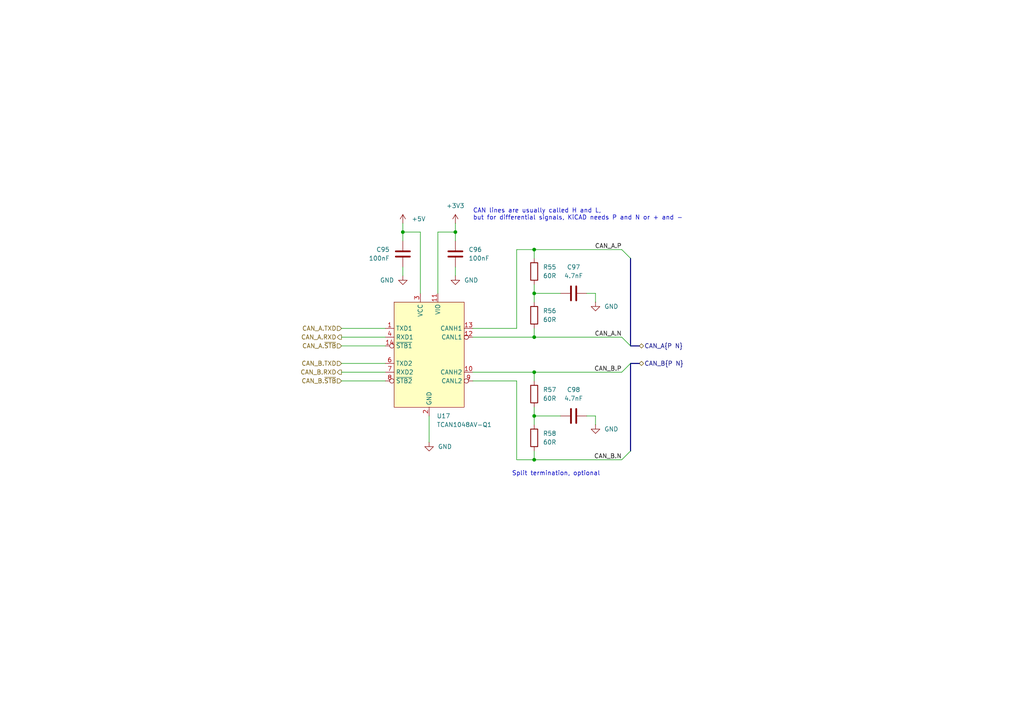
<source format=kicad_sch>
(kicad_sch (version 20231120) (generator "eeschema") (generator_version "8.0")
  (paper "A4")
  (title_block (title "CubeSat RP2040 Board") (date "2024-08-28") (rev "1") (company "Magnus Oksbøl Therkelsen") (comment 1 "Author: Magnus Oksbøl Therkelsen") (comment 2 "Checked by: "))
  (lib_symbols
    (symbol "Device:C" (pin_numbers hide) (pin_names (offset 0.254))
      (property "Reference" "C" (at 0.635 2.54 0))
      (property "Value" "C" (at 0.635 -2.54 0))
      (symbol "C_0_1"
        (polyline (pts (xy -2.032 -0.762) (xy 2.032 -0.762)) (stroke (width 0.508)))
        (polyline (pts (xy -2.032 0.762) (xy 2.032 0.762)) (stroke (width 0.508)))
      )
      (symbol "C_1_1"
        (pin passive line (at 0 3.81 270) (length 2.794) (name "~") (number "1"))
        (pin passive line (at 0 -3.81 90) (length 2.794) (name "~") (number "2"))
      )
    )
    (symbol "Device:R" (pin_numbers hide) (pin_names (offset 0))
      (property "Reference" "R" (at 2.032 0 90))
      (property "Value" "R" (at 0 0 90))
      (symbol "R_0_1"
        (rectangle (start -1.016 -2.54) (end 1.016 2.54) (stroke (width 0.254)))
      )
      (symbol "R_1_1"
        (pin passive line (at 0 3.81 270) (length 1.27) (name "~") (number "1"))
        (pin passive line (at 0 -3.81 90) (length 1.27) (name "~") (number "2"))
      )
    )
    (symbol "cubesat_rp2040:TCAN1048AV-Q1"
      (property "Reference" "U" (at -10.16 17.78 0))
      (property "Value" "TCAN1048AV-Q1" (at 10.414 -17.78 0))
      (symbol "TCAN1048AV-Q1_0_0"
        (pin input line (at -12.7 7.62 0) (length 2.54) (name "TXD1") (number "1"))
        (pin bidirectional line (at 12.7 -5.08 180) (length 2.54) (name "CANH2") (number "10"))
        (pin power_in line (at 2.54 17.78 270) (length 2.54) (name "VIO") (number "11"))
        (pin bidirectional line (at 12.7 7.62 180) (length 2.54) (name "CANH1") (number "13"))
        (pin power_in line (at -2.54 17.78 270) (length 2.54) (name "VCC") (number "3"))
        (pin output line (at -12.7 5.08 0) (length 2.54) (name "RXD1") (number "4"))
        (pin power_in line (at 0 -17.78 90) (length 2.54) hide (name "GND") (number "5"))
        (pin input line (at -12.7 -2.54 0) (length 2.54) (name "TXD2") (number "6"))
        (pin output line (at -12.7 -5.08 0) (length 2.54) (name "RXD2") (number "7"))
        (pin bidirectional inverted (at 12.7 -7.62 180) (length 2.54) (name "CANL2") (number "9"))
      )
      (symbol "TCAN1048AV-Q1_1_0"
        (pin bidirectional inverted (at 12.7 5.08 180) (length 2.54) (name "CANL1") (number "12"))
        (pin input inverted (at -12.7 2.54 0) (length 2.54) (name "~{STB1}") (number "14"))
        (pin power_in line (at 0 -17.78 90) (length 2.54) (name "GND") (number "2"))
        (pin input inverted (at -12.7 -7.62 0) (length 2.54) (name "~{STB2}") (number "8"))
      )
      (symbol "TCAN1048AV-Q1_1_1"
        (rectangle (start -10.16 15.24) (end 10.16 -15.24) (fill (type background)))
      )
    )
    (symbol "power:+3V3" (power) (pin_numbers hide) (pin_names (offset 0) hide)
      (property "Value" "+3V3" (at 0 3.556 0))
      (symbol "+3V3_0_1"
        (polyline (pts (xy -0.762 1.27) (xy 0 2.54)))
        (polyline (pts (xy 0 0) (xy 0 2.54)))
        (polyline (pts (xy 0 2.54) (xy 0.762 1.27)))
      )
      (symbol "+3V3_1_1"
        (pin power_in line (at 0 0 90) (length 0) (name "~") (number "1"))
      )
    )
    (symbol "power:+5V" (power) (pin_numbers hide) (pin_names (offset 0) hide)
      (property "Value" "+5V" (at 0 3.556 0))
      (symbol "+5V_0_1"
        (polyline (pts (xy -0.762 1.27) (xy 0 2.54)))
        (polyline (pts (xy 0 0) (xy 0 2.54)))
        (polyline (pts (xy 0 2.54) (xy 0.762 1.27)))
      )
      (symbol "+5V_1_1"
        (pin power_in line (at 0 0 90) (length 0) (name "~") (number "1"))
      )
    )
    (symbol "power:GND" (power) (pin_numbers hide) (pin_names (offset 0) hide)
      (property "Value" "GND" (at 0 -3.81 0))
      (symbol "GND_0_1"
        (polyline (pts (xy 0 0) (xy 0 -1.27) (xy 1.27 -1.27) (xy 0 -2.54) (xy -1.27 -1.27) (xy 0 -1.27)))
      )
      (symbol "GND_1_1"
        (pin power_in line (at 0 0 270) (length 0) (name "~") (number "1"))
      )
    )
  )
  (junction (at 154.94 97.79))
  (junction (at 116.84 67.31))
  (junction (at 154.94 133.35))
  (junction (at 154.94 120.65))
  (junction (at 154.94 72.39))
  (junction (at 132.08 67.31))
  (junction (at 154.94 85.09))
  (junction (at 154.94 107.95))
  (bus_entry (at 180.34 107.95) (size 2.54 -2.54))
  (bus_entry (at 180.34 97.79) (size 2.54 2.54))
  (bus_entry (at 180.34 72.39) (size 2.54 2.54))
  (bus_entry (at 180.34 133.35) (size 2.54 -2.54))
  (wire (pts (xy 127 67.31) (xy 127 85.09)))
  (wire (pts (xy 154.94 118.11) (xy 154.94 120.65)))
  (wire (pts (xy 99.06 107.95) (xy 111.76 107.95)))
  (wire (pts (xy 127 67.31) (xy 132.08 67.31)))
  (wire (pts (xy 154.94 85.09) (xy 154.94 87.63)))
  (wire (pts (xy 172.72 120.65) (xy 172.72 123.19)))
  (wire (pts (xy 121.92 67.31) (xy 121.92 85.09)))
  (wire (pts (xy 116.84 64.77) (xy 116.84 67.31)))
  (wire (pts (xy 149.86 95.25) (xy 149.86 72.39)))
  (wire (pts (xy 154.94 120.65) (xy 154.94 123.19)))
  (wire (pts (xy 137.16 95.25) (xy 149.86 95.25)))
  (wire (pts (xy 132.08 67.31) (xy 132.08 69.85)))
  (wire (pts (xy 132.08 64.77) (xy 132.08 67.31)))
  (wire (pts (xy 154.94 97.79) (xy 180.34 97.79)))
  (wire (pts (xy 99.06 95.25) (xy 111.76 95.25)))
  (wire (pts (xy 154.94 72.39) (xy 154.94 74.93)))
  (bus (pts (xy 182.88 105.41) (xy 182.88 130.81)))
  (wire (pts (xy 99.06 97.79) (xy 111.76 97.79)))
  (wire (pts (xy 154.94 133.35) (xy 180.34 133.35)))
  (wire (pts (xy 170.18 120.65) (xy 172.72 120.65)))
  (wire (pts (xy 149.86 133.35) (xy 149.86 110.49)))
  (wire (pts (xy 99.06 105.41) (xy 111.76 105.41)))
  (bus (pts (xy 182.88 74.93) (xy 182.88 100.33)))
  (wire (pts (xy 149.86 110.49) (xy 137.16 110.49)))
  (wire (pts (xy 154.94 72.39) (xy 180.34 72.39)))
  (wire (pts (xy 149.86 72.39) (xy 154.94 72.39)))
  (wire (pts (xy 116.84 77.47) (xy 116.84 80.01)))
  (wire (pts (xy 137.16 107.95) (xy 154.94 107.95)))
  (wire (pts (xy 154.94 107.95) (xy 154.94 110.49)))
  (wire (pts (xy 154.94 82.55) (xy 154.94 85.09)))
  (wire (pts (xy 154.94 95.25) (xy 154.94 97.79)))
  (wire (pts (xy 99.06 110.49) (xy 111.76 110.49)))
  (wire (pts (xy 172.72 85.09) (xy 172.72 87.63)))
  (wire (pts (xy 149.86 133.35) (xy 154.94 133.35)))
  (wire (pts (xy 124.46 120.65) (xy 124.46 128.27)))
  (bus (pts (xy 182.88 105.41) (xy 185.42 105.41)))
  (wire (pts (xy 154.94 120.65) (xy 162.56 120.65)))
  (wire (pts (xy 154.94 85.09) (xy 162.56 85.09)))
  (wire (pts (xy 116.84 67.31) (xy 121.92 67.31)))
  (wire (pts (xy 99.06 100.33) (xy 111.76 100.33)))
  (wire (pts (xy 132.08 77.47) (xy 132.08 80.01)))
  (wire (pts (xy 137.16 97.79) (xy 154.94 97.79)))
  (wire (pts (xy 170.18 85.09) (xy 172.72 85.09)))
  (wire (pts (xy 154.94 130.81) (xy 154.94 133.35)))
  (wire (pts (xy 116.84 67.31) (xy 116.84 69.85)))
  (bus (pts (xy 182.88 100.33) (xy 185.42 100.33)))
  (wire (pts (xy 154.94 107.95) (xy 180.34 107.95)))
  (text "Split termination, optional" (at 161.29 137.414 0) (effects (font (size 1.27 1.27))))
  (text "CAN lines are usually called H and L, \nbut for differential signals, KiCAD needs P and N or + and -" (exclude_from_sim yes) (at 137.16 62.23 0) (effects (font (size 1.27 1.27)) (justify left)))
  (label "CAN_B.N" (at 180.34 133.35 180))
  (label "CAN_A.P" (at 180.34 72.39 180))
  (label "CAN_A.N" (at 180.34 97.79 180))
  (label "CAN_B.P" (at 180.34 107.95 180))
  (hierarchical_label "CAN_A.TXD" (shape input) (at 99.06 95.25 180))
  (hierarchical_label "CAN_B{P N}" (shape bidirectional) (at 185.42 105.41 0))
  (hierarchical_label "CAN_A.~{STB}" (shape input) (at 99.06 100.33 180))
  (hierarchical_label "CAN_A.RXD" (shape output) (at 99.06 97.79 180))
  (hierarchical_label "CAN_B.~{STB}" (shape input) (at 99.06 110.49 180))
  (hierarchical_label "CAN_B.RXD" (shape output) (at 99.06 107.95 180))
  (hierarchical_label "CAN_A{P N}" (shape bidirectional) (at 185.42 100.33 0))
  (hierarchical_label "CAN_B.TXD" (shape input) (at 99.06 105.41 180))
  (symbol (lib_id "power:GND") (at 132.08 80.01 0) (unit 1)
    (property "Reference" "#PWR0101" (effects (hide yes)))
    (property "Value" "GND" (at 134.62 81.2799 0) (effects (justify left)))
    (property "Description" "Power symbol creates a global label with name \"GND\" , ground" (effects (hide yes)))
    (instances (project "cubesat_rp2040" (path "" (reference "#PWR0101") (unit 1)) (path "" (reference "#PWR063") (unit 1)) (path "" (reference "#PWR082") (unit 1))))
  )
  (symbol (lib_id "Device:R") (at 154.94 127 180) (unit 1)
    (property "Reference" "R58" (at 157.48 125.7299 0) (effects (justify right)))
    (property "Value" "60R" (at 157.48 128.2699 0) (effects (justify right)))
    (property "Footprint" "cubesat_rp2040:R_0402_1005Metric" (effects (hide yes)))
    (property "Description" "Resistor" (effects (hide yes)))
    (property "Manufacturer_Name" "UNI-ROYAL(Uniroyal Elec)" (effects (hide yes)))
    (property "Manufacturer_Part_Number" "0402WGF604JTCE" (effects (hide yes)))
    (property "MANUFACTURER" "Vishay" (effects (hide yes)))
    (property "LCSC_Part_Number" "C60310" (effects (hide yes)))
    (instances (project "cubesat_rp2040" (path "" (reference "R58") (unit 1)) (path "" (reference "R34") (unit 1)) (path "" (reference "R46") (unit 1))))
  )
  (symbol (lib_id "power:+5V") (at 116.84 64.77 0) (unit 1)
    (property "Reference" "#PWR097" (effects (hide yes)))
    (property "Value" "+5V" (at 119.38 63.4999 0) (effects (justify left)))
    (property "Description" "Power symbol creates a global label with name \"+5V\"" (effects (hide yes)))
    (instances (project "cubesat_rp2040" (path "" (reference "#PWR097") (unit 1)) (path "" (reference "#PWR059") (unit 1)) (path "" (reference "#PWR078") (unit 1))))
  )
  (symbol (lib_id "power:GND") (at 116.84 80.01 0) (unit 1)
    (property "Reference" "#PWR098" (effects (hide yes)))
    (property "Value" "GND" (at 114.3 81.2799 0) (effects (justify right)))
    (property "Description" "Power symbol creates a global label with name \"GND\" , ground" (effects (hide yes)))
    (instances (project "cubesat_rp2040" (path "" (reference "#PWR098") (unit 1)) (path "" (reference "#PWR060") (unit 1)) (path "" (reference "#PWR079") (unit 1))))
  )
  (symbol (lib_id "Device:C") (at 116.84 73.66 0) (unit 1)
    (property "Reference" "C95" (at 113.03 72.3899 0) (effects (justify right)))
    (property "Value" "100nF" (at 113.03 74.9299 0) (effects (justify right)))
    (property "Footprint" "cubesat_rp2040:C_0402_1005Metric" (effects (hide yes)))
    (property "Description" "Unpolarized capacitor" (effects (hide yes)))
    (property "Manufacturer_Name" "Samsung Electro-Mechanics" (effects (hide yes)))
    (property "Manufacturer_Part_Number" "CL05B104KB5NNNC" (effects (hide yes)))
    (property "MANUFACTURER" "Samsung Electro-Mechanics" (effects (hide yes)))
    (property "LCSC_Part_Number" "C960916" (effects (hide yes)))
    (instances (project "cubesat_rp2040" (path "" (reference "C95") (unit 1)) (path "" (reference "C45") (unit 1)) (path "" (reference "C70") (unit 1))))
  )
  (symbol (lib_id "Device:R") (at 154.94 78.74 0) (unit 1)
    (property "Reference" "R55" (at 157.48 77.4699 0) (effects (justify left)))
    (property "Value" "60R" (at 157.48 80.0099 0) (effects (justify left)))
    (property "Footprint" "cubesat_rp2040:R_0402_1005Metric" (effects (hide yes)))
    (property "Description" "Resistor" (effects (hide yes)))
    (property "Manufacturer_Name" "UNI-ROYAL(Uniroyal Elec)" (effects (hide yes)))
    (property "Manufacturer_Part_Number" "0402WGF604JTCE" (effects (hide yes)))
    (property "MANUFACTURER" "Vishay" (effects (hide yes)))
    (property "LCSC_Part_Number" "C60310" (effects (hide yes)))
    (instances (project "cubesat_rp2040" (path "" (reference "R55") (unit 1)) (path "" (reference "R31") (unit 1)) (path "" (reference "R43") (unit 1))))
  )
  (symbol (lib_id "power:+3V3") (at 132.08 64.77 0) (unit 1)
    (property "Reference" "#PWR0100" (effects (hide yes)))
    (property "Value" "+3V3" (at 132.08 59.69 0))
    (property "Description" "Power symbol creates a global label with name \"+3V3\"" (effects (hide yes)))
    (instances (project "cubesat_rp2040" (path "" (reference "#PWR0100") (unit 1)) (path "" (reference "#PWR062") (unit 1)) (path "" (reference "#PWR081") (unit 1))))
  )
  (symbol (lib_id "Device:C") (at 132.08 73.66 0) (unit 1)
    (property "Reference" "C96" (at 135.89 72.3899 0) (effects (justify left)))
    (property "Value" "100nF" (at 135.89 74.9299 0) (effects (justify left)))
    (property "Footprint" "cubesat_rp2040:C_0402_1005Metric" (effects (hide yes)))
    (property "Description" "Unpolarized capacitor" (effects (hide yes)))
    (property "Manufacturer_Name" "Samsung Electro-Mechanics" (effects (hide yes)))
    (property "Manufacturer_Part_Number" "CL05B104KB5NNNC" (effects (hide yes)))
    (property "MANUFACTURER" "Samsung Electro-Mechanics" (effects (hide yes)))
    (property "LCSC_Part_Number" "C960916" (effects (hide yes)))
    (instances (project "cubesat_rp2040" (path "" (reference "C96") (unit 1)) (path "" (reference "C46") (unit 1)) (path "" (reference "C71") (unit 1))))
  )
  (symbol (lib_id "cubesat_rp2040:TCAN1048AV-Q1") (at 124.46 102.87 0) (unit 1)
    (property "Reference" "U17" (at 126.6541 120.65 0) (effects (justify left)))
    (property "Value" "TCAN1048AV-Q1" (at 126.6541 123.19 0) (effects (justify left)))
    (property "Footprint" "cubesat_rp2040:SOT1086-2_HVSON14_4.5x3x0.85mm_P0.65mm" (effects (hide yes)))
    (property "Datasheet" "https://www.ti.com/document-viewer/TCAN1048AV-Q1/datasheet#GUID-34EBC741-B63D-4A7D-B777-B8E564EADB10/TITLE-SLLSF17X237" (effects (hide yes)))
    (property "Description" "TCAN104xAV-Q1 Automotive Dual CAN FD Transceiver with 1.8-V I/O Support and Standby Mode" (effects (hide yes)))
    (property "LCSC_Part_Number" "C5215834" (effects (hide yes)))
    (property "Manufacturer_Name" "Texas Instruments" (effects (hide yes)))
    (property "Manufacturer_Part_Number" "TCAN1048AVDMTRQ1" (effects (hide yes)))
    (instances (project "cubesat_rp2040" (path "" (reference "U17") (unit 1)) (path "" (reference "U7") (unit 1)) (path "" (reference "U12") (unit 1))))
  )
  (symbol (lib_id "Device:C") (at 166.37 85.09 270) (unit 1)
    (property "Reference" "C97" (at 166.37 77.47 90))
    (property "Value" "4.7nF" (at 166.37 80.01 90))
    (property "Footprint" "cubesat_rp2040:C_0402_1005Metric" (effects (hide yes)))
    (property "Description" "Unpolarized capacitor" (effects (hide yes)))
    (property "MANUFACTURER" "Samsung Electro-Mechanics" (effects (hide yes)))
    (property "Manufacturer_Name" "Samsung Electro-Mechanics" (effects (hide yes)))
    (property "Manufacturer_Part_Number" "CL05B472KB5NNNC" (effects (hide yes)))
    (property "LCSC_Part_Number" "C84705" (effects (hide yes)))
    (instances (project "cubesat_rp2040" (path "" (reference "C97") (unit 1)) (path "" (reference "C47") (unit 1)) (path "" (reference "C72") (unit 1))))
  )
  (symbol (lib_id "power:GND") (at 124.46 128.27 0) (unit 1)
    (property "Reference" "#PWR099" (effects (hide yes)))
    (property "Value" "GND" (at 127 129.5399 0) (effects (justify left)))
    (property "Description" "Power symbol creates a global label with name \"GND\" , ground" (effects (hide yes)))
    (instances (project "cubesat_rp2040" (path "" (reference "#PWR099") (unit 1)) (path "" (reference "#PWR061") (unit 1)) (path "" (reference "#PWR080") (unit 1))))
  )
  (symbol (lib_id "Device:C") (at 166.37 120.65 270) (unit 1)
    (property "Reference" "C98" (at 166.37 113.03 90))
    (property "Value" "4.7nF" (at 166.37 115.57 90))
    (property "Footprint" "cubesat_rp2040:C_0402_1005Metric" (effects (hide yes)))
    (property "Description" "Unpolarized capacitor" (effects (hide yes)))
    (property "MANUFACTURER" "Samsung Electro-Mechanics" (effects (hide yes)))
    (property "Manufacturer_Name" "Samsung Electro-Mechanics" (effects (hide yes)))
    (property "Manufacturer_Part_Number" "CL05B472KB5NNNC" (effects (hide yes)))
    (property "LCSC_Part_Number" "C84705" (effects (hide yes)))
    (instances (project "cubesat_rp2040" (path "" (reference "C98") (unit 1)) (path "" (reference "C48") (unit 1)) (path "" (reference "C73") (unit 1))))
  )
  (symbol (lib_id "power:GND") (at 172.72 87.63 0) (unit 1)
    (property "Reference" "#PWR0102" (effects (hide yes)))
    (property "Value" "GND" (at 175.26 88.8999 0) (effects (justify left)))
    (property "Description" "Power symbol creates a global label with name \"GND\" , ground" (effects (hide yes)))
    (instances (project "cubesat_rp2040" (path "" (reference "#PWR0102") (unit 1)) (path "" (reference "#PWR064") (unit 1)) (path "" (reference "#PWR083") (unit 1))))
  )
  (symbol (lib_id "power:GND") (at 172.72 123.19 0) (unit 1)
    (property "Reference" "#PWR0103" (effects (hide yes)))
    (property "Value" "GND" (at 175.26 124.4599 0) (effects (justify left)))
    (property "Description" "Power symbol creates a global label with name \"GND\" , ground" (effects (hide yes)))
    (instances (project "cubesat_rp2040" (path "" (reference "#PWR0103") (unit 1)) (path "" (reference "#PWR065") (unit 1)) (path "" (reference "#PWR084") (unit 1))))
  )
  (symbol (lib_id "Device:R") (at 154.94 114.3 0) (unit 1)
    (property "Reference" "R57" (at 157.48 113.0299 0) (effects (justify left)))
    (property "Value" "60R" (at 157.48 115.5699 0) (effects (justify left)))
    (property "Footprint" "cubesat_rp2040:R_0402_1005Metric" (effects (hide yes)))
    (property "Description" "Resistor" (effects (hide yes)))
    (property "Manufacturer_Name" "UNI-ROYAL(Uniroyal Elec)" (effects (hide yes)))
    (property "Manufacturer_Part_Number" "0402WGF604JTCE" (effects (hide yes)))
    (property "MANUFACTURER" "Vishay" (effects (hide yes)))
    (property "LCSC_Part_Number" "C60310" (effects (hide yes)))
    (instances (project "cubesat_rp2040" (path "" (reference "R57") (unit 1)) (path "" (reference "R33") (unit 1)) (path "" (reference "R45") (unit 1))))
  )
  (symbol (lib_id "Device:R") (at 154.94 91.44 180) (unit 1)
    (property "Reference" "R56" (at 157.48 90.1699 0) (effects (justify right)))
    (property "Value" "60R" (at 157.48 92.7099 0) (effects (justify right)))
    (property "Footprint" "cubesat_rp2040:R_0402_1005Metric" (effects (hide yes)))
    (property "Description" "Resistor" (effects (hide yes)))
    (property "Manufacturer_Name" "UNI-ROYAL(Uniroyal Elec)" (effects (hide yes)))
    (property "Manufacturer_Part_Number" "0402WGF604JTCE" (effects (hide yes)))
    (property "MANUFACTURER" "Vishay" (effects (hide yes)))
    (property "LCSC_Part_Number" "C60310" (effects (hide yes)))
    (instances (project "cubesat_rp2040" (path "" (reference "R56") (unit 1)) (path "" (reference "R32") (unit 1)) (path "" (reference "R44") (unit 1))))
  )
)
</source>
